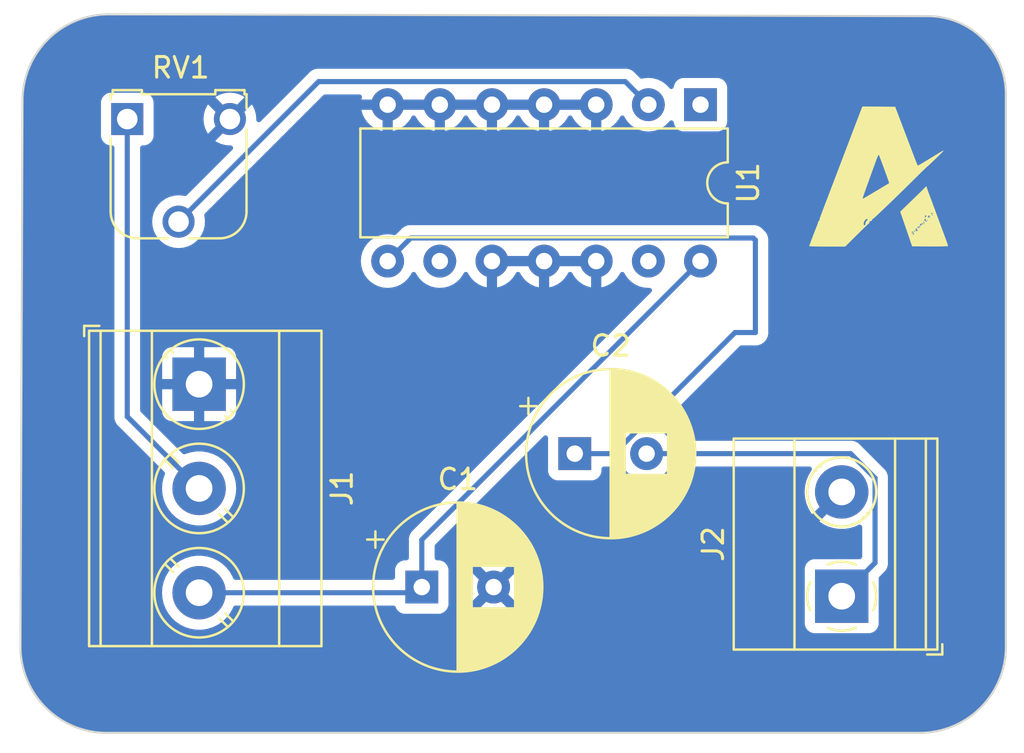
<source format=kicad_pcb>
(kicad_pcb (version 20221018) (generator pcbnew)
  (layers (0 "F.Cu" signal) (31 "B.Cu" signal) (34 "B.Paste" user) (35 "F.Paste" user) (36 "B.SilkS" user "B.Silkscreen") (37 "F.SilkS" user "F.Silkscreen") (38 "B.Mask" user) (39 "F.Mask" user) (44 "Edge.Cuts" user))
  (net 0 "")
  (net 1 "GND")
  (net 2 "Net-(J1-Pin_2)")
  (net 3 "Net-(J1-Pin_3)")
  (net 4 "Net-(J2-Pin_1)")
  (net 5 "Net-(U1-+)")
  (net 7 "Net-(C2-Pad1)")
  (footprint "Capacitor_THT:CP_Radial_D8.0mm_P3.50mm" (layer "F.Cu") (at 107.447349 90.5)
    (fp_text reference "C1" (at 1.75 -5.25) (layer "F.SilkS"))
    (fp_text value "C_Polarized_Small_US")
    (pad "1" thru_hole rect (at 0 0) (size 1.6 1.6) (drill 0.8) (layers "*.Cu" "*.Mask") (net 3 "Net-(J1-Pin_3)"))
    (pad "2" thru_hole circle (at 3.5 0) (size 1.6 1.6) (drill 0.8) (layers "*.Cu" "*.Mask") (net 1 "GND"))
  )
  (footprint "TerminalBlock_Phoenix:TerminalBlock_Phoenix_MKDS-3-3-5.08_1x03_P5.08mm_Horizontal" (layer "F.Cu") (at 96.6 80.615 -90)
    (fp_text reference "J1" (at 5.08 -6.96 90) (layer "F.SilkS"))
    (fp_text value "Screw_Terminal_01x03")
    (pad "1" thru_hole rect (at 0 0 270) (size 2.6 2.6) (drill 1.3) (layers "*.Cu" "*.Mask") (net 1 "GND"))
    (pad "2" thru_hole circle (at 5.08 0 270) (size 2.6 2.6) (drill 1.3) (layers "*.Cu" "*.Mask") (net 2 "Net-(J1-Pin_2)"))
    (pad "3" thru_hole circle (at 10.16 0 270) (size 2.6 2.6) (drill 1.3) (layers "*.Cu" "*.Mask") (net 3 "Net-(J1-Pin_3)"))
  )
  (footprint "Potentiometer_THT:Potentiometer_Runtron_RM-065_Vertical" (layer "F.Cu") (at 93.1 67.7)
    (fp_text reference "RV1" (at 2.6 -2.5) (layer "F.SilkS"))
    (fp_text value "R_Potentiometer")
    (pad "1" thru_hole rect (at 0 0) (size 1.56 1.56) (drill 1) (layers "*.Cu" "*.Mask") (net 2 "Net-(J1-Pin_2)"))
    (pad "2" thru_hole circle (at 2.5 5) (size 1.56 1.56) (drill 1) (layers "*.Cu" "*.Mask") (net 5 "Net-(U1-+)"))
    (pad "3" thru_hole circle (at 5 0) (size 1.56 1.56) (drill 1) (layers "*.Cu" "*.Mask") (net 1 "GND"))
  )
  (footprint "Package_DIP:DIP-14_W7.62mm" (layer "F.Cu") (at 121.025 67 -90)
    (fp_text reference "U1" (at 3.81 -2.33 90) (layer "F.SilkS"))
    (fp_text value "LM380N")
    (pad "1" thru_hole rect (at 0 0 270) (size 1.6 1.6) (drill 0.8) (layers "*.Cu" "*.Mask"))
    (pad "2" thru_hole oval (at 0 2.54 270) (size 1.6 1.6) (drill 0.8) (layers "*.Cu" "*.Mask") (net 5 "Net-(U1-+)"))
    (pad "3" thru_hole oval (at 0 5.08 270) (size 1.6 1.6) (drill 0.8) (layers "*.Cu" "*.Mask") (net 1 "GND"))
    (pad "4" thru_hole oval (at 0 7.62 270) (size 1.6 1.6) (drill 0.8) (layers "*.Cu" "*.Mask") (net 1 "GND"))
    (pad "5" thru_hole oval (at 0 10.16 270) (size 1.6 1.6) (drill 0.8) (layers "*.Cu" "*.Mask") (net 1 "GND"))
    (pad "6" thru_hole oval (at 0 12.7 270) (size 1.6 1.6) (drill 0.8) (layers "*.Cu" "*.Mask") (net 1 "GND"))
    (pad "7" thru_hole oval (at 0 15.24 270) (size 1.6 1.6) (drill 0.8) (layers "*.Cu" "*.Mask") (net 1 "GND"))
    (pad "8" thru_hole oval (at 7.62 15.24 270) (size 1.6 1.6) (drill 0.8) (layers "*.Cu" "*.Mask") (net 7 "Net-(C2-Pad1)"))
    (pad "9" thru_hole oval (at 7.62 12.7 270) (size 1.6 1.6) (drill 0.8) (layers "*.Cu" "*.Mask"))
    (pad "10" thru_hole oval (at 7.62 10.16 270) (size 1.6 1.6) (drill 0.8) (layers "*.Cu" "*.Mask") (net 1 "GND"))
    (pad "11" thru_hole oval (at 7.62 7.62 270) (size 1.6 1.6) (drill 0.8) (layers "*.Cu" "*.Mask") (net 1 "GND"))
    (pad "12" thru_hole oval (at 7.62 5.08 270) (size 1.6 1.6) (drill 0.8) (layers "*.Cu" "*.Mask") (net 1 "GND"))
    (pad "13" thru_hole oval (at 7.62 2.54 270) (size 1.6 1.6) (drill 0.8) (layers "*.Cu" "*.Mask"))
    (pad "14" thru_hole oval (at 7.62 0 270) (size 1.6 1.6) (drill 0.8) (layers "*.Cu" "*.Mask") (net 3 "Net-(J1-Pin_3)"))
  )
  (footprint "TerminalBlock_Phoenix:TerminalBlock_Phoenix_MKDS-1,5-2-5.08_1x02_P5.08mm_Horizontal" (layer "F.Cu") (at 127.905 90.945 90)
    (fp_text reference "J2" (at 2.54 -6.26 90) (layer "F.SilkS"))
    (fp_text value "Screw_Terminal_01x02")
    (pad "1" thru_hole rect (at 0 0 90) (size 2.6 2.6) (drill 1.3) (layers "*.Cu" "*.Mask") (net 4 "Net-(J2-Pin_1)"))
    (pad "2" thru_hole circle (at 5.08 0 90) (size 2.6 2.6) (drill 1.3) (layers "*.Cu" "*.Mask") (net 1 "GND"))
  )
  (footprint "Capacitor_THT:CP_Radial_D8.0mm_P3.50mm" (layer "F.Cu") (at 114.9 84)
    (fp_text reference "C2" (at 1.75 -5.25) (layer "F.SilkS"))
    (fp_text value "C_Polarized_Small_US")
    (pad "1" thru_hole rect (at 0 0) (size 1.6 1.6) (drill 0.8) (layers "*.Cu" "*.Mask") (net 7 "Net-(C2-Pad1)"))
    (pad "2" thru_hole circle (at 3.5 0) (size 1.6 1.6) (drill 0.8) (layers "*.Cu" "*.Mask") (net 4 "Net-(J2-Pin_1)"))
  )
  (gr_poly (pts (xy 129.712019 67.092166) (xy 130.510708 67.100633) (xy 130.843731 67.975522) (xy 131.343264 69.287856) (xy 131.401087 69.441617) (xy 131.451832 69.574972) (xy 131.495565 69.688153) (xy 131.532353 69.781391) (xy 131.562262 69.854918) (xy 131.585358 69.908964) (xy 131.594371 69.928755) (xy 131.601707 69.943762) (xy 131.607372 69.954016) (xy 131.611375 69.959544) (xy 131.615085 69.960527) (xy 131.622272 69.959075) (xy 131.648813 69.947858) (xy 131.694471 69.923875) (xy 131.762717 69.885108) (xy 131.980866 69.755153) (xy 132.331042 69.541855) (xy 132.553479 69.405788) (xy 132.714599 69.308978) (xy 132.773013 69.275408) (xy 132.817114 69.251789) (xy 132.847243 69.238166) (xy 132.857173 69.235118) (xy 132.863736 69.234586) (xy 132.865769 69.235265) (xy 132.866976 69.236575) (xy 132.866935 69.241092) (xy 132.863654 69.248142) (xy 132.857177 69.257731) (xy 132.834802 69.284549) (xy 132.800148 69.32159) (xy 132.695362 69.426525) (xy 132.545531 69.5729) (xy 132.379637 69.7324) (xy 132.238614 69.866764) (xy 132.181894 69.919972) (xy 132.136749 69.96144) (xy 132.104966 69.989348) (xy 132.094643 69.997649) (xy 132.08833 70.001877) (xy 132.07084 70.016209) (xy 132.034664 70.049326) (xy 131.915117 70.16345) (xy 131.747415 70.327315) (xy 131.549287 70.523988) (xy 130.851007 71.213096) (xy 130.175217 71.86913) (xy 129.656589 72.36271) (xy 129.498297 72.508148) (xy 129.451771 72.548454) (xy 129.429797 72.564455) (xy 129.427425 72.565298) (xy 129.425073 72.566236) (xy 129.420443 72.568385) (xy 129.415938 72.570873) (xy 129.411585 72.573671) (xy 129.407414 72.576751) (xy 129.403455 72.580082) (xy 129.399735 72.583637) (xy 129.396283 72.587386) (xy 129.39313 72.5913) (xy 129.390303 72.595351) (xy 129.387831 72.599509) (xy 129.386738 72.601619) (xy 129.385744 72.603746) (xy 129.384854 72.605885) (xy 129.38407 72.608032) (xy 129.383398 72.610185) (xy 129.382839 72.612339) (xy 129.382398 72.614491) (xy 129.382079 72.616638) (xy 129.381885 72.618775) (xy 129.381819 72.620899) (xy 129.381737 72.623007) (xy 129.381494 72.625097) (xy 129.381094 72.627166) (xy 129.38054 72.629212) (xy 129.379838 72.631233) (xy 129.378991 72.633227) (xy 129.378004 72.635193) (xy 129.37688 72.637127) (xy 129.375624 72.639029) (xy 129.37424 72.640895) (xy 129.371104 72.644514) (xy 129.367504 72.647967) (xy 129.363475 72.651238) (xy 129.359049 72.654311) (xy 129.354259 72.65717) (xy 129.349138 72.659796) (xy 129.343719 72.662175) (xy 129.338036 72.664288) (xy 129.332122 72.666121) (xy 129.326009 72.667656) (xy 129.319731 72.668877) (xy 129.312025 72.670133) (xy 129.308348 72.670909) (xy 129.304787 72.671782) (xy 129.301345 72.672753) (xy 129.29802 72.67382) (xy 129.294815 72.674983) (xy 129.291729 72.676242) (xy 129.288763 72.677595) (xy 129.285917 72.679044) (xy 129.283192 72.680586) (xy 129.280589 72.682222) (xy 129.278107 72.683951) (xy 129.275749 72.685773) (xy 129.273513 72.687686) (xy 129.2714 72.689691) (xy 129.269412 72.691787) (xy 129.267548 72.693973) (xy 129.265809 72.69625) (xy 129.264196 72.698615) (xy 129.262709 72.70107) (xy 129.261348 72.703613) (xy 129.260115 72.706243) (xy 129.259009 72.708962) (xy 129.258031 72.711766) (xy 129.257182 72.714658) (xy 129.256463 72.717635) (xy 129.255873 72.720697) (xy 129.255413 72.723844) (xy 129.255084 72.727075) (xy 129.254886 72.73039) (xy 129.25482 72.733788) (xy 129.254787 72.736425) (xy 129.25469 72.739041) (xy 129.254531 72.741633) (xy 129.254313 72.744195) (xy 129.254036 72.746725) (xy 129.253703 72.749217) (xy 129.253317 72.751668) (xy 129.252879 72.754073) (xy 129.252392 72.756429) (xy 129.251857 72.758731) (xy 129.251276 72.760975) (xy 129.250652 72.763157) (xy 129.249987 72.765273) (xy 129.249283 72.767319) (xy 129.248541 72.76929) (xy 129.247764 72.771183) (xy 129.246954 72.772993) (xy 129.246113 72.774716) (xy 129.245243 72.776349) (xy 129.244346 72.777886) (xy 129.243425 72.779324) (xy 129.242481 72.780659) (xy 129.241516 72.781886) (xy 129.240532 72.783001) (xy 129.239532 72.784001) (xy 129.238517 72.784881) (xy 129.23749 72.785637) (xy 129.236453 72.786265) (xy 129.235407 72.78676) (xy 129.234356 72.787119) (xy 129.2333 72.787338) (xy 129.232242 72.787411) (xy 129.226703 72.79034) (xy 129.215578 72.798932) (xy 129.177781 72.831949) (xy 129.121265 72.884149) (xy 129.048444 72.953217) (xy 128.863545 73.132692) (xy 128.642397 73.351855) (xy 128.07513 73.913478) (xy 127.197419 73.913478) (xy 127.021146 73.912971) (xy 126.85668 73.911538) (xy 126.707626 73.909311) (xy 126.577589 73.906422) (xy 126.470174 73.903005) (xy 126.388985 73.89919) (xy 126.337628 73.895111) (xy 126.324263 73.893013) (xy 126.320856 73.891957) (xy 126.319708 73.890899) (xy 126.333059 73.849145) (xy 126.368833 73.750009) (xy 126.481986 73.447458) (xy 126.60784 73.118978) (xy 126.695064 72.9003) (xy 126.706176 72.873329) (xy 126.714643 72.852278) (xy 126.721258 72.834865) (xy 126.726814 72.818808) (xy 126.730759 72.806147) (xy 128.976687 72.806147) (xy 128.976753 72.815458) (xy 128.977306 72.824277) (xy 128.978357 72.832543) (xy 128.979917 72.840196) (xy 128.981999 72.847174) (xy 128.984612 72.853419) (xy 128.98777 72.858868) (xy 128.991482 72.863462) (xy 128.995761 72.867141) (xy 129.000617 72.869843) (xy 129.006063 72.871509) (xy 129.012109 72.872078) (xy 129.017732 72.87178) (xy 129.020396 72.871406) (xy 129.022962 72.870882) (xy 129.025431 72.870207) (xy 129.027804 72.86938) (xy 129.03008 72.868402) (xy 129.032261 72.867271) (xy 129.034347 72.865987) (xy 129.036338 72.86455) (xy 129.038235 72.862959) (xy 129.040039 72.861213) (xy 129.041749 72.859313) (xy 129.043367 72.857256) (xy 129.044893 72.855044) (xy 129.046328 72.852675) (xy 129.048925 72.847465) (xy 129.051162 72.841623) (xy 129.053044 72.835144) (xy 129.054574 72.828024) (xy 129.055757 72.82026) (xy 129.056597 72.811846) (xy 129.057098 72.80278) (xy 129.057264 72.793056) (xy 129.057557 72.784435) (xy 129.058416 72.775549) (xy 129.059813 72.766465) (xy 129.061718 72.757248) (xy 129.064103 72.747966) (xy 129.066938 72.738683) (xy 129.070195 72.729467) (xy 129.073845 72.720383) (xy 129.077858 72.711498) (xy 129.082206 72.702877) (xy 129.086861 72.694586) (xy 129.091792 72.686693) (xy 129.096971 72.679263) (xy 129.10237 72.672361) (xy 129.107958 72.666056) (xy 129.113708 72.660411) (xy 129.119458 72.65506) (xy 129.125047 72.649613) (xy 129.130445 72.644108) (xy 129.135625 72.638583) (xy 129.140556 72.633074) (xy 129.14521 72.627619) (xy 129.149559 72.622255) (xy 129.153572 72.617019) (xy 129.157222 72.611949) (xy 129.160479 72.607081) (xy 129.163314 72.602453) (xy 129.165699 72.598101) (xy 129.167604 72.594064) (xy 129.169001 72.590379) (xy 129.1695 72.588679) (xy 129.16986 72.587082) (xy 129.170079 72.585591) (xy 129.170153 72.584211) (xy 129.170021 72.580911) (xy 129.16963 72.577892) (xy 129.168983 72.57515) (xy 129.168086 72.572685) (xy 129.166943 72.570495) (xy 129.165558 72.568578) (xy 129.163937 72.566933) (xy 129.162083 72.565558) (xy 129.160002 72.564452) (xy 129.157699 72.563613) (xy 129.155177 72.563039) (xy 129.152442 72.56273) (xy 129.149499 72.562683) (xy 129.146351 72.562898) (xy 129.143003 72.563371) (xy 129.139461 72.564103) (xy 129.131811 72.566333) (xy 129.123437 72.569576) (xy 129.114378 72.57382) (xy 129.104669 72.579052) (xy 129.094348 72.585259) (xy 129.083452 72.59243) (xy 129.07202 72.600552) (xy 129.060086 72.609612) (xy 129.052804 72.616075) (xy 129.045781 72.623256) (xy 129.039029 72.631093) (xy 129.032559 72.639526) (xy 129.026382 72.648494) (xy 129.020511 72.657937) (xy 129.014955 72.667794) (xy 129.009727 72.678006) (xy 129.004839 72.688511) (xy 129.0003 72.699249) (xy 128.99232 72.721183) (xy 128.985878 72.743323) (xy 128.981064 72.765186) (xy 128.979296 72.775863) (xy 128.97797 72.786289) (xy 128.977097 72.796404) (xy 128.976687 72.806147) (xy 126.730759 72.806147) (xy 126.732106 72.801825) (xy 126.737927 72.781634) (xy 126.754331 72.7225) (xy 126.75704 72.714668) (xy 126.759865 72.707072) (xy 126.762789 72.699748) (xy 126.765796 72.692735) (xy 126.768869 72.686068) (xy 126.771992 72.679786) (xy 126.775147 72.673926) (xy 126.77832 72.668525) (xy 126.779907 72.666008) (xy 126.781492 72.66362) (xy 126.783073 72.661365) (xy 126.784648 72.659248) (xy 126.786214 72.657274) (xy 126.78777 72.655447) (xy 126.789314 72.653772) (xy 126.790843 72.652253) (xy 126.792356 72.650896) (xy 126.79385 72.649704) (xy 126.795324 72.648683) (xy 126.796774 72.647838) (xy 126.7982 72.647172) (xy 126.799599 72.64669) (xy 126.800969 72.646398) (xy 126.802308 72.6463) (xy 126.803623 72.646234) (xy 126.804919 72.646039) (xy 126.806196 72.645718) (xy 126.807451 72.645275) (xy 126.808684 72.644711) (xy 126.809893 72.64403) (xy 126.811075 72.643236) (xy 126.81223 72.642331) (xy 126.814452 72.640202) (xy 126.816546 72.637668) (xy 126.8185 72.634753) (xy 126.8203 72.631483) (xy 126.821935 72.627882) (xy 126.823393 72.623976) (xy 126.82466 72.619788) (xy 126.825724 72.615344) (xy 126.826574 72.610668) (xy 126.827196 72.605786) (xy 126.827578 72.600722) (xy 126.827708 72.5955) (xy 126.82797 72.590028) (xy 126.828739 72.583208) (xy 126.831721 72.565955) (xy 126.836489 72.544601) (xy 126.842878 72.520006) (xy 126.850722 72.493029) (xy 126.859855 72.464531) (xy 126.870114 72.435372) (xy 126.881331 72.406411) (xy 127.14027 71.721669) (xy 127.201303 71.562461) (xy 128.930928 71.562461) (xy 128.931002 71.564533) (xy 128.931203 71.56634) (xy 128.931528 71.5679) (xy 128.931969 71.56923) (xy 128.932522 71.57035) (xy 128.93318 71.571276) (xy 128.933938 71.572026) (xy 128.93479 71.572618) (xy 128.93573 71.573071) (xy 128.936753 71.573401) (xy 128.937852 71.573626) (xy 128.939022 71.573765) (xy 128.941553 71.573855) (xy 128.95627 71.567456) (xy 128.990501 71.549117) (xy 129.10877 71.48178) (xy 129.278897 71.382165) (xy 129.48342 71.260589) (xy 129.879236 71.022816) (xy 130.101486 70.890877) (xy 130.140071 70.868432) (xy 130.1731 70.848897) (xy 130.186456 70.840799) (xy 130.197133 70.834124) (xy 130.204701 70.829103) (xy 130.207185 70.827285) (xy 130.208731 70.825967) (xy 130.210369 70.822949) (xy 130.210853 70.817566) (xy 130.207188 70.796333) (xy 130.195386 70.755521) (xy 130.1731 70.688383) (xy 130.087684 70.448141) (xy 129.932153 70.021633) (xy 129.852866 69.806703) (xy 129.81696 69.711376) (xy 129.784692 69.627227) (xy 129.756922 69.556573) (xy 129.734509 69.501727) (xy 129.718314 69.465005) (xy 129.712817 69.454164) (xy 129.709197 69.448722) (xy 129.704612 69.446398) (xy 129.698978 69.448788) (xy 129.682474 69.473063) (xy 129.65552 69.532264) (xy 129.613947 69.637105) (xy 129.470278 70.026572) (xy 129.21813 70.727189) (xy 129.120009 71.000173) (xy 129.080148 71.111339) (xy 129.045931 71.207143) (xy 129.030823 71.249641) (xy 129.016989 71.288726) (xy 129.004381 71.324541) (xy 128.992954 71.357228) (xy 128.982661 71.386931) (xy 128.973458 71.413791) (xy 128.965297 71.437952) (xy 128.958134 71.459555) (xy 128.951921 71.478745) (xy 128.946612 71.495663) (xy 128.942163 71.510452) (xy 128.940246 71.517092) (xy 128.938527 71.523254) (xy 128.936999 71.528955) (xy 128.935657 71.534212) (xy 128.934496 71.539045) (xy 128.933509 71.54347) (xy 128.93269 71.547505) (xy 128.932035 71.551168) (xy 128.931537 71.554478) (xy 128.93119 71.557451) (xy 128.930989 71.560106) (xy 128.930928 71.562461) (xy 127.201303 71.562461) (xy 127.445775 70.924745) (xy 128.552087 68.017856) (xy 128.765164 67.461878) (xy 128.83863 67.27173) (xy 128.876642 67.176833) (xy 128.913331 67.086522)) (fill solid) (layer "F.SilkS"))
  (gr_poly (pts (xy 132.033937 70.98395) (xy 132.036272 70.984563) (xy 132.038415 70.985534) (xy 132.039414 70.986154) (xy 132.040364 70.986864) (xy 132.042117 70.988553) (xy 132.043671 70.990602) (xy 132.045024 70.99301) (xy 132.046175 70.99578) (xy 132.047122 70.998911) (xy 132.047861 71.002403) (xy 132.048392 71.006258) (xy 132.048712 71.010475) (xy 132.048819 71.015056) (xy 132.049308 71.020026) (xy 132.050743 71.027431) (xy 132.056272 71.048967) (xy 132.065042 71.078506) (xy 132.076689 71.114892) (xy 132.09085 71.156966) (xy 132.10716 71.203571) (xy 132.125257 71.25355) (xy 132.144775 71.305744) (xy 132.256606 71.600666) (xy 132.387486 71.954856) (xy 132.520836 72.312925) (xy 132.63302 72.618078) (xy 132.824931 73.140189) (xy 133.005553 73.628433) (xy 133.014841 73.652588) (xy 133.023638 73.676284) (xy 133.031914 73.699393) (xy 133.03964 73.721787) (xy 133.046787 73.743337) (xy 133.053327 73.763916) (xy 133.05923 73.783396) (xy 133.064467 73.801647) (xy 133.06901 73.818542) (xy 133.072829 73.833954) (xy 133.075896 73.847753) (xy 133.078181 73.859811) (xy 133.079656 73.870001) (xy 133.080292 73.878194) (xy 133.08006 73.884263) (xy 133.079609 73.88646) (xy 133.07893 73.888078) (xy 133.073103 73.890656) (xy 133.059037 73.893094) (xy 133.007625 73.897515) (xy 132.821756 73.904305) (xy 132.54434 73.907921) (xy 132.198398 73.907834) (xy 131.334798 73.902189) (xy 131.213442 73.549411) (xy 131.092972 73.196517) (xy 131.325599 73.196517) (xy 131.325614 73.206246) (xy 131.32633 73.2305) (xy 131.32687 73.238087) (xy 131.327936 73.24549) (xy 131.329494 73.252689) (xy 131.331506 73.259665) (xy 131.333938 73.266399) (xy 131.336755 73.272872) (xy 131.339919 73.279066) (xy 131.343396 73.28496) (xy 131.34715 73.290536) (xy 131.351145 73.295774) (xy 131.355346 73.300656) (xy 131.359718 73.305162) (xy 131.364223 73.309273) (xy 131.368827 73.31297) (xy 131.373494 73.316235) (xy 131.378189 73.319047) (xy 131.382875 73.321388) (xy 131.387518 73.323238) (xy 131.39208 73.324579) (xy 131.396528 73.325392) (xy 131.400824 73.325656) (xy 131.404935 73.325354) (xy 131.408822 73.324465) (xy 131.412452 73.322972) (xy 131.415789 73.320854) (xy 131.418796 73.318093) (xy 131.421439 73.314669) (xy 131.423681 73.310564) (xy 131.425487 73.305758) (xy 131.426821 73.300233) (xy 131.427647 73.293968) (xy 131.427931 73.286945) (xy 131.42767 73.282552) (xy 131.4269 73.277861) (xy 131.425642 73.272905) (xy 131.423918 73.267718) (xy 131.421747 73.262332) (xy 131.41915 73.256782) (xy 131.416148 73.251098) (xy 131.412761 73.245316) (xy 131.409011 73.239468) (xy 131.404918 73.233586) (xy 131.400502 73.227705) (xy 131.395784 73.221856) (xy 131.390785 73.216074) (xy 131.385526 73.210391) (xy 131.380027 73.20484) (xy 131.374309 73.199455) (xy 131.365832 73.191556) (xy 131.358356 73.184815) (xy 131.351823 73.179264) (xy 131.346174 73.174937) (xy 131.343664 73.173243) (xy 131.341353 73.171867) (xy 131.339234 73.170813) (xy 131.3373 73.170086) (xy 131.335544 73.16969) (xy 131.333958 73.169629) (xy 131.332536 73.169906) (xy 131.33127 73.170527) (xy 131.330152 73.171495) (xy 131.329176 73.172815) (xy 131.328335 73.17449) (xy 131.32762 73.176525) (xy 131.327026 73.178923) (xy 131.326544 73.181689) (xy 131.32589 73.188343) (xy 131.325599 73.196517) (xy 131.092972 73.196517) (xy 131.078681 73.154652) (xy 131.077585 73.151477) (xy 131.427931 73.151477) (xy 131.427964 73.153073) (xy 131.428062 73.154682) (xy 131.428224 73.156303) (xy 131.428449 73.157932) (xy 131.428736 73.159568) (xy 131.429084 73.161207) (xy 131.429492 73.162848) (xy 131.429959 73.164486) (xy 131.431066 73.167749) (xy 131.432395 73.170974) (xy 131.43394 73.174142) (xy 131.435692 73.177231) (xy 131.437641 73.18022) (xy 131.438688 73.181671) (xy 131.439782 73.18309) (xy 131.44092 73.184473) (xy 131.442104 73.185819) (xy 131.44333 73.187125) (xy 131.444599 73.188387) (xy 131.445909 73.189604) (xy 131.44726 73.190773) (xy 131.44865 73.191891) (xy 131.450078 73.192957) (xy 131.451544 73.193966) (xy 131.453045 73.194917) (xy 131.454582 73.195807) (xy 131.456153 73.196633) (xy 131.457699 73.197369) (xy 131.459163 73.197991) (xy 131.460546 73.1985) (xy 131.461847 73.198899) (xy 131.463068 73.199187) (xy 131.464208 73.199368) (xy 131.465269 73.199442) (xy 131.466251 73.199411) (xy 131.467155 73.199277) (xy 131.46798 73.199041) (xy 131.468728 73.198705) (xy 131.469399 73.19827) (xy 131.469993 73.197738) (xy 131.470511 73.197111) (xy 131.470954 73.196389) (xy 131.471322 73.195575) (xy 131.471616 73.19467) (xy 131.471836 73.193675) (xy 131.471982 73.192593) (xy 131.472056 73.191424) (xy 131.472057 73.190171) (xy 131.471986 73.188834) (xy 131.471631 73.185917) (xy 131.470995 73.182686) (xy 131.470082 73.179154) (xy 131.468896 73.175332) (xy 131.467442 73.171233) (xy 131.46559 73.166594) (xy 131.463742 73.162205) (xy 131.461902 73.158066) (xy 131.460072 73.154178) (xy 131.458257 73.150542) (xy 131.45646 73.14716) (xy 131.454684 73.144032) (xy 131.452934 73.141159) (xy 131.451213 73.138542) (xy 131.449524 73.136183) (xy 131.447871 73.134082) (xy 131.446259 73.13224) (xy 131.444689 73.130659) (xy 131.443167 73.129339) (xy 131.441695 73.128282) (xy 131.440278 73.127489) (xy 131.438918 73.12696) (xy 131.43762 73.126696) (xy 131.436388 73.126699) (xy 131.435223 73.12697) (xy 131.434131 73.12751) (xy 131.433116 73.128319) (xy 131.432179 73.1294) (xy 131.431326 73.130752) (xy 131.43056 73.132377) (xy 131.429884 73.134275) (xy 131.429302 73.136449) (xy 131.428818 73.138899) (xy 131.428435 73.141625) (xy 131.428157 73.14463) (xy 131.427988 73.147914) (xy 131.427931 73.151477) (xy 131.077585 73.151477) (xy 131.057014 73.091857) (xy 131.500953 73.091857) (xy 131.501022 73.096422) (xy 131.50138 73.100946) (xy 131.502022 73.10541) (xy 131.502941 73.109795) (xy 131.504131 73.114083) (xy 131.505585 73.118255) (xy 131.507298 73.122293) (xy 131.509262 73.126178) (xy 131.511473 73.129892) (xy 131.513924 73.133415) (xy 131.516608 73.13673) (xy 131.519519 73.139817) (xy 131.522652 73.142658) (xy 131.525999 73.145235) (xy 131.529556 73.147528) (xy 131.533315 73.14952) (xy 131.53727 73.151191) (xy 131.541415 73.152523) (xy 131.545745 73.153498) (xy 131.550252 73.154096) (xy 131.554931 73.1543) (xy 131.557055 73.154259) (xy 131.559193 73.154136) (xy 131.561341 73.153935) (xy 131.563497 73.153655) (xy 131.565656 73.153298) (xy 131.567817 73.152867) (xy 131.572129 73.151786) (xy 131.576408 73.150424) (xy 131.580629 73.148793) (xy 131.584767 73.146906) (xy 131.588798 73.144775) (xy 131.592696 73.142412) (xy 131.596437 73.13983) (xy 131.599997 73.137042) (xy 131.60335 73.134059) (xy 131.604941 73.132499) (xy 131.606471 73.130895) (xy 131.607937 73.129248) (xy 131.609336 73.12756) (xy 131.610664 73.125834) (xy 131.611919 73.124069) (xy 131.613098 73.122268) (xy 131.614197 73.120433) (xy 131.616579 73.116895) (xy 131.618436 73.113692) (xy 131.619169 73.112217) (xy 131.619772 73.110827) (xy 131.620246 73.109524) (xy 131.620591 73.108306) (xy 131.620809 73.107176) (xy 131.620898 73.106132) (xy 131.620861 73.105177) (xy 131.620696 73.10431) (xy 131.620406 73.103532) (xy 131.61999 73.102843) (xy 131.619449 73.102244) (xy 131.618784 73.101736) (xy 131.617994 73.101318) (xy 131.617081 73.100992) (xy 131.616045 73.100758) (xy 131.614887 73.100617) (xy 131.613606 73.100568) (xy 131.612204 73.100613) (xy 131.610682 73.100753) (xy 131.609038 73.100986) (xy 131.605393 73.101739) (xy 131.601272 73.102877) (xy 131.59668 73.104403) (xy 131.59162 73.106322) (xy 131.585597 73.108204) (xy 131.580215 73.109602) (xy 131.575453 73.110495) (xy 131.573299 73.110747) (xy 131.571291 73.110864) (xy 131.569428 73.110845) (xy 131.567707 73.110687) (xy 131.566126 73.110387) (xy 131.564682 73.109944) (xy 131.563372 73.109353) (xy 131.562194 73.108613) (xy 131.561145 73.107721) (xy 131.560222 73.106675) (xy 131.559424 73.105471) (xy 131.558747 73.104108) (xy 131.558189 73.102583) (xy 131.557747 73.100893) (xy 131.557419 73.099035) (xy 131.557202 73.097007) (xy 131.557094 73.094807) (xy 131.557091 73.092431) (xy 131.557394 73.087144) (xy 131.558089 73.081126) (xy 131.559157 73.074355) (xy 131.560575 73.066811) (xy 131.563418 73.055829) (xy 131.565591 73.046162) (xy 131.567087 73.037802) (xy 131.567577 73.034109) (xy 131.567895 73.03074) (xy 131.56804 73.027693) (xy 131.56801 73.024967) (xy 131.567804 73.022562) (xy 131.567421 73.020476) (xy 131.566861 73.018708) (xy 131.566122 73.017258) (xy 131.565203 73.016124) (xy 131.564103 73.015305) (xy 131.562821 73.014801) (xy 131.561357 73.014609) (xy 131.559708 73.01473) (xy 131.557874 73.015162) (xy 131.555855 73.015904) (xy 131.553648 73.016955) (xy 131.551253 73.018314) (xy 131.548669 73.019979) (xy 131.545895 73.021951) (xy 131.542929 73.024228) (xy 131.536421 73.029692) (xy 131.529135 73.036363) (xy 131.521064 73.044233) (xy 131.517541 73.048025) (xy 131.514375 73.05198) (xy 131.511561 73.05608) (xy 131.509092 73.060306) (xy 131.506962 73.06464) (xy 131.505164 73.069062) (xy 131.503693 73.073555) (xy 131.502543 73.0781) (xy 131.501707 73.082677) (xy 131.501179 73.087269) (xy 131.500953 73.091857) (xy 131.057014 73.091857) (xy 131.014367 72.96826) (xy 131.601517 72.96826) (xy 131.601634 72.97288) (xy 131.602203 72.977558) (xy 131.603219 72.982261) (xy 131.604675 72.986956) (xy 131.606566 72.991608) (xy 131.608884 72.996184) (xy 131.611624 73.00065) (xy 131.614779 73.004974) (xy 131.618344 73.00912) (xy 131.622312 73.013056) (xy 131.626676 73.016749) (xy 131.631431 73.020164) (xy 131.636571 73.023268) (xy 131.642089 73.026027) (xy 131.647979 73.028408) (xy 131.654235 73.030377) (xy 131.660851 73.0319) (xy 131.66782 73.032945) (xy 131.682653 73.033854) (xy 131.693352 73.0344) (xy 131.697182 73.034505) (xy 131.700016 73.034482) (xy 131.701866 73.034319) (xy 131.702426 73.034181) (xy 131.702745 73.034003) (xy 131.702823 73.033783) (xy 131.702664 73.033521) (xy 131.702268 73.033214) (xy 131.701637 73.032861) (xy 131.699675 73.032012) (xy 131.696792 73.03096) (xy 131.688308 73.028198) (xy 131.676286 73.024477) (xy 131.673658 73.023651) (xy 131.671065 73.022762) (xy 131.668512 73.021812) (xy 131.666001 73.020806) (xy 131.661118 73.018636) (xy 131.656443 73.016275) (xy 131.651998 73.013749) (xy 131.647811 73.011083) (xy 131.643904 73.0083) (xy 131.640303 73.005427) (xy 131.637033 73.002488) (xy 131.63553 73.001001) (xy 131.634118 72.999507) (xy 131.632802 72.998009) (xy 131.631584 72.99651) (xy 131.630467 72.995013) (xy 131.629455 72.993521) (xy 131.62855 72.992037) (xy 131.627756 72.990565) (xy 131.627075 72.989107) (xy 131.626511 72.987667) (xy 131.626068 72.986248) (xy 131.625747 72.984852) (xy 131.625552 72.983483) (xy 131.625486 72.982144) (xy 131.62556 72.980598) (xy 131.62578 72.979134) (xy 131.626142 72.977751) (xy 131.626644 72.97645) (xy 131.627282 72.975229) (xy 131.628053 72.974089) (xy 131.628955 72.973028) (xy 131.629984 72.972046) (xy 131.631137 72.971143) (xy 131.632411 72.970317) (xy 131.633802 72.969569) (xy 131.635309 72.968899) (xy 131.638653 72.967786) (xy 131.642419 72.966975) (xy 131.646583 72.966462) (xy 131.651118 72.966242) (xy 131.656 72.966312) (xy 131.661205 72.966666) (xy 131.666708 72.967302) (xy 131.672483 72.968215) (xy 131.678506 72.969401) (xy 131.684753 72.970855) (xy 131.692329 72.973302) (xy 131.699189 72.975348) (xy 131.702355 72.976219) (xy 131.705347 72.976988) (xy 131.708166 72.977656) (xy 131.710815 72.97822) (xy 131.713293 72.978681) (xy 131.715604 72.979038) (xy 131.717748 72.97929) (xy 131.719728 72.979438) (xy 131.721544 72.97948) (xy 131.723198 72.979416) (xy 131.724692 72.979246) (xy 131.726028 72.978969) (xy 131.727207 72.978585) (xy 131.728229 72.978092) (xy 131.729098 72.977491) (xy 131.729815 72.976781) (xy 131.73038 72.975961) (xy 131.730797 72.975031) (xy 131.731065 72.973991) (xy 131.731187 72.972839) (xy 131.731165 72.971576) (xy 131.730999 72.970201) (xy 131.730692 72.968713) (xy 131.730245 72.967112) (xy 131.729659 72.965397) (xy 131.728936 72.963568) (xy 131.728078 72.961625) (xy 131.727087 72.959566) (xy 131.724711 72.956427) (xy 131.721844 72.95337) (xy 131.718523 72.950413) (xy 131.714783 72.947572) (xy 131.710664 72.944863) (xy 131.706201 72.942302) (xy 131.701432 72.939907) (xy 131.696394 72.937694) (xy 131.691126 72.93568) (xy 131.685662 72.93388) (xy 131.680042 72.932312) (xy 131.674302 72.930992) (xy 131.668479 72.929936) (xy 131.66261 72.929162) (xy 131.656734 72.928685) (xy 131.650886 72.928522) (xy 131.644014 72.928798) (xy 131.637682 72.929602) (xy 131.631883 72.930901) (xy 131.626611 72.932662) (xy 131.62186 72.93485) (xy 131.617623 72.937433) (xy 131.613895 72.940377) (xy 131.61067 72.943647) (xy 131.60794 72.947212) (xy 131.605701 72.951036) (xy 131.603945 72.955086) (xy 131.602666 72.959329) (xy 131.601859 72.963732) (xy 131.601517 72.96826) (xy 131.014367 72.96826) (xy 130.980708 72.870708) (xy 131.71151 72.870708) (xy 131.711555 72.874357) (xy 131.711884 72.877948) (xy 131.712498 72.881474) (xy 131.713398 72.884931) (xy 131.714586 72.888312) (xy 131.716062 72.891612) (xy 131.717827 72.894826) (xy 131.719883 72.897947) (xy 131.72223 72.900969) (xy 131.72487 72.903888) (xy 131.727804 72.906697) (xy 131.731031 72.909391) (xy 131.734555 72.911964) (xy 131.738375 72.914411) (xy 131.741385 72.915768) (xy 131.742768 72.916276) (xy 131.744069 72.916671) (xy 131.74529 72.916954) (xy 131.74643 72.917127) (xy 131.747491 72.91719) (xy 131.748473 72.917145) (xy 131.749377 72.916992) (xy 131.750202 72.916733) (xy 131.75095 72.916368) (xy 131.751621 72.915899) (xy 131.752215 72.915327) (xy 131.752734 72.914652) (xy 131.753177 72.913876) (xy 131.753545 72.913) (xy 131.753838 72.912024) (xy 131.754058 72.910951) (xy 131.754204 72.90978) (xy 131.754278 72.908513) (xy 131.754208 72.905695) (xy 131.753853 72.902505) (xy 131.753217 72.898951) (xy 131.752304 72.895041) (xy 131.751118 72.890784) (xy 131.749663 72.886189) (xy 131.747283 72.880632) (xy 131.745436 72.875605) (xy 131.744713 72.87329) (xy 131.744126 72.871107) (xy 131.743674 72.869057) (xy 131.743358 72.867139) (xy 131.743178 72.865353) (xy 131.743135 72.863699) (xy 131.74323 72.862178) (xy 131.743463 72.860789) (xy 131.743834 72.859532) (xy 131.744344 72.858407) (xy 131.744994 72.857415) (xy 131.745783 72.856555) (xy 131.746714 72.855828) (xy 131.747785 72.855232) (xy 131.748998 72.854769) (xy 131.750353 72.854438) (xy 131.751851 72.85424) (xy 131.753491 72.854174) (xy 131.755276 72.85424) (xy 131.757205 72.854438) (xy 131.759278 72.854769) (xy 131.761496 72.855232) (xy 131.763861 72.855827) (xy 131.766371 72.856555) (xy 131.771833 72.858407) (xy 131.777886 72.860788) (xy 131.784404 72.863167) (xy 131.790206 72.865005) (xy 131.795305 72.866289) (xy 131.797595 72.866719) (xy 131.799714 72.867006) (xy 131.801664 72.867148) (xy 131.803446 72.867144) (xy 131.805061 72.866993) (xy 131.806511 72.866692) (xy 131.807798 72.86624) (xy 131.808923 72.865635) (xy 131.809888 72.864877) (xy 131.810695 72.863963) (xy 131.811344 72.862892) (xy 131.811838 72.861663) (xy 131.812178 72.860273) (xy 131.812365 72.858721) (xy 131.812401 72.857006) (xy 131.812288 72.855127) (xy 131.812028 72.853081) (xy 131.811621 72.850866) (xy 131.811069 72.848483) (xy 131.810374 72.845928) (xy 131.808562 72.8403) (xy 131.806195 72.833968) (xy 131.803287 72.826922) (xy 131.800348 72.818485) (xy 131.797901 72.811152) (xy 131.795975 72.804902) (xy 131.794599 72.799714) (xy 131.794127 72.797512) (xy 131.793802 72.795568) (xy 131.79363 72.79388) (xy 131.793613 72.792444) (xy 131.793755 72.791258) (xy 131.79406 72.790319) (xy 131.794531 72.789626) (xy 131.795173 72.789175) (xy 131.795988 72.788964) (xy 131.79698 72.78899) (xy 131.798153 72.78925) (xy 131.799511 72.789743) (xy 131.801057 72.790465) (xy 131.802794 72.791414) (xy 131.806859 72.793982) (xy 131.811734 72.797426) (xy 131.817448 72.801726) (xy 131.831509 72.812811) (xy 131.833882 72.814621) (xy 131.836234 72.816348) (xy 131.838562 72.817988) (xy 131.840863 72.819541) (xy 131.843133 72.821005) (xy 131.845369 72.822379) (xy 131.847566 72.823661) (xy 131.849721 72.824849) (xy 131.851831 72.825942) (xy 131.853892 72.826939) (xy 131.8559 72.827837) (xy 131.857851 72.828636) (xy 131.859743 72.829333) (xy 131.861571 72.829928) (xy 131.863332 72.830418) (xy 131.865022 72.830802) (xy 131.866638 72.831079) (xy 131.868176 72.831247) (xy 131.869632 72.831304) (xy 131.871003 72.831249) (xy 131.872285 72.83108) (xy 131.873474 72.830796) (xy 131.874568 72.830396) (xy 131.875561 72.829876) (xy 131.876452 72.829238) (xy 131.877235 72.828477) (xy 131.877908 72.827594) (xy 131.878466 72.826586) (xy 131.878907 72.825452) (xy 131.879226 72.82419) (xy 131.87942 72.822799) (xy 131.879486 72.821278) (xy 131.879282 72.817136) (xy 131.878681 72.81318) (xy 131.8777 72.809415) (xy 131.876355 72.805844) (xy 131.874663 72.802471) (xy 131.87264 72.799301) (xy 131.870303 72.796337) (xy 131.867668 72.793584) (xy 131.864752 72.791047) (xy 131.861571 72.788728) (xy 131.858143 72.786633) (xy 131.854483 72.784765) (xy 131.850608 72.783128) (xy 131.846534 72.781728) (xy 131.842279 72.780567) (xy 131.837858 72.779649) (xy 131.833289 72.77898) (xy 131.828587 72.778563) (xy 131.823769 72.778403) (xy 131.818852 72.778503) (xy 131.813853 72.778867) (xy 131.808787 72.779501) (xy 131.803672 72.780407) (xy 131.798524 72.78159) (xy 131.793359 72.783054) (xy 131.788194 72.784803) (xy 131.783046 72.786842) (xy 131.77793 72.789175) (xy 131.772865 72.791805) (xy 131.767865 72.794736) (xy 131.762948 72.797974) (xy 131.758131 72.801522) (xy 131.753236 72.80525) (xy 131.748607 72.809022) (xy 131.744245 72.812832) (xy 131.74015 72.816675) (xy 131.736324 72.820544) (xy 131.732768 72.824435) (xy 131.729483 72.828342) (xy 131.726469 72.832258) (xy 131.723728 72.836178) (xy 131.721262 72.840097) (xy 131.71907 72.844008) (xy 131.717154 72.847907) (xy 131.715515 72.851787) (xy 131.714154 72.855642) (xy 131.713072 72.859468) (xy 131.71227 72.863258) (xy 131.711749 72.867007) (xy 131.71151 72.870708) (xy 130.980708 72.870708) (xy 130.922753 72.702744) (xy 130.918495 72.690397) (xy 131.882309 72.690397) (xy 131.882705 72.696549) (xy 131.883896 72.704095) (xy 131.88588 72.712938) (xy 131.888659 72.722985) (xy 131.89223 72.734139) (xy 131.896596 72.746307) (xy 131.901755 72.759392) (xy 131.907708 72.7733) (xy 131.910784 72.779815) (xy 131.913662 72.785598) (xy 131.916341 72.790645) (xy 131.918821 72.794952) (xy 131.919987 72.796826) (xy 131.921103 72.798515) (xy 131.92217 72.800016) (xy 131.923187 72.801329) (xy 131.924154 72.802455) (xy 131.925072 72.803391) (xy 131.92594 72.804139) (xy 131.926758 72.804697) (xy 131.927527 72.805065) (xy 131.928247 72.805242) (xy 131.928916 72.805228) (xy 131.929537 72.805022) (xy 131.930107 72.804624) (xy 131.930628 72.804034) (xy 131.931099 72.80325) (xy 131.931521 72.802272) (xy 131.931893 72.8011) (xy 131.932215 72.799733) (xy 131.932488 72.798171) (xy 131.932711 72.796413) (xy 131.932885 72.794458) (xy 131.933009 72.792307) (xy 131.933108 72.787411) (xy 131.932978 72.782988) (xy 131.932596 72.778217) (xy 131.931973 72.773149) (xy 131.931124 72.767832) (xy 131.930059 72.762317) (xy 131.928792 72.756653) (xy 131.927335 72.75089) (xy 131.9257 72.745078) (xy 131.9239 72.739265) (xy 131.921946 72.733502) (xy 131.919852 72.727839) (xy 131.91763 72.722324) (xy 131.915292 72.717007) (xy 131.912851 72.711939) (xy 131.910319 72.707168) (xy 131.907708 72.702744) (xy 131.901755 72.694328) (xy 131.896596 72.688066) (xy 131.89223 72.683862) (xy 131.890345 72.682503) (xy 131.888659 72.681622) (xy 131.88717 72.681209) (xy 131.88588 72.681251) (xy 131.884789 72.681736) (xy 131.883896 72.682653) (xy 131.883202 72.683989) (xy 131.882705 72.685733) (xy 131.882309 72.690397) (xy 130.918495 72.690397) (xy 130.890222 72.608404) (xy 131.925349 72.608404) (xy 131.925389 72.61041) (xy 131.925623 72.612457) (xy 131.926053 72.61455) (xy 131.926682 72.616692) (xy 131.927511 72.618888) (xy 131.928543 72.621141) (xy 131.929779 72.623457) (xy 131.931222 72.625839) (xy 131.932874 72.628291) (xy 131.934737 72.630818) (xy 131.936812 72.633423) (xy 131.941611 72.638886) (xy 131.947285 72.644712) (xy 131.953853 72.650936) (xy 131.96133 72.657589) (xy 131.966636 72.66217) (xy 131.971962 72.66639) (xy 131.977294 72.670251) (xy 131.982618 72.673756) (xy 131.987922 72.676908) (xy 131.993192 72.679708) (xy 131.998414 72.682161) (xy 132.003576 72.684268) (xy 132.008663 72.686031) (xy 132.013662 72.687454) (xy 132.018559 72.688539) (xy 132.023342 72.689289) (xy 132.027997 72.689706) (xy 132.03251 72.689793) (xy 132.036869 72.689552) (xy 132.041058 72.688986) (xy 132.045066 72.688098) (xy 132.048879 72.686889) (xy 132.052483 72.685364) (xy 132.055864 72.683523) (xy 132.05901 72.681371) (xy 132.061907 72.678909) (xy 132.064541 72.67614) (xy 132.066899 72.673067) (xy 132.068968 72.669692) (xy 132.070734 72.666018) (xy 132.072184 72.662047) (xy 132.073304 72.657782) (xy 132.074081 72.653225) (xy 132.074502 72.64838) (xy 132.074552 72.643249) (xy 132.074219 72.637834) (xy 132.074153 72.633369) (xy 132.073955 72.629499) (xy 132.073624 72.626225) (xy 132.073409 72.624811) (xy 132.073161 72.623546) (xy 132.07288 72.622429) (xy 132.072566 72.621462) (xy 132.072218 72.620643) (xy 132.071838 72.619974) (xy 132.071425 72.619453) (xy 132.070978 72.619081) (xy 132.070499 72.618857) (xy 132.069986 72.618783) (xy 132.06944 72.618857) (xy 132.068862 72.619081) (xy 132.06825 72.619453) (xy 132.067605 72.619974) (xy 132.066927 72.620643) (xy 132.066216 72.621462) (xy 132.065472 72.622429) (xy 132.064695 72.623546) (xy 132.063041 72.626225) (xy 132.061255 72.629499) (xy 132.059337 72.633369) (xy 132.057287 72.637834) (xy 132.05509 72.643167) (xy 132.052746 72.648061) (xy 132.050272 72.652519) (xy 132.047684 72.656547) (xy 132.045002 72.660152) (xy 132.042243 72.663339) (xy 132.039423 72.666113) (xy 132.036561 72.668481) (xy 132.033674 72.670447) (xy 132.03078 72.672019) (xy 132.027896 72.673201) (xy 132.02504 72.673998) (xy 132.02223 72.674418) (xy 132.019483 72.674465) (xy 132.016816 72.674145) (xy 132.014247 72.673464) (xy 132.011795 72.672427) (xy 132.009475 72.671041) (xy 132.007307 72.66931) (xy 132.005307 72.667241) (xy 132.003493 72.664839) (xy 132.001882 72.66211) (xy 132.000493 72.659059) (xy 131.999343 72.655693) (xy 131.998448 72.652016) (xy 131.997828 72.648036) (xy 131.997499 72.643756) (xy 131.99748 72.639184) (xy 131.997786 72.634324) (xy 131.998437 72.629183) (xy 131.99945 72.623765) (xy 132.000842 72.618078) (xy 132.003153 72.607527) (xy 132.004778 72.598102) (xy 132.005325 72.59381) (xy 132.005691 72.5898) (xy 132.005874 72.586071) (xy 132.005869 72.582623) (xy 132.005674 72.579457) (xy 132.005286 72.576571) (xy 132.004702 72.573967) (xy 132.003918 72.571643) (xy 132.002931 72.569601) (xy 132.001739 72.56784) (xy 132.000338 72.56636) (xy 131.998725 72.565161) (xy 131.996898 72.564243) (xy 131.994852 72.563607) (xy 131.992585 72.563251) (xy 131.990093 72.563177) (xy 131.987375 72.563383) (xy 131.984426 72.563871) (xy 131.981243 72.56464) (xy 131.977823 72.56569) (xy 131.974164 72.567021) (xy 131.970262 72.568633) (xy 131.966114 72.570527) (xy 131.961717 72.572701) (xy 131.952163 72.577894) (xy 131.941576 72.584211) (xy 131.937147 72.587887) (xy 131.935185 72.589711) (xy 131.933395 72.591531) (xy 131.931779 72.59335) (xy 131.930339 72.595174) (xy 131.929076 72.597006) (xy 131.927993 72.598851) (xy 131.927092 72.600712) (xy 131.926376 72.602594) (xy 131.925845 72.6045) (xy 131.925502 72.606436) (xy 131.925349 72.608404) (xy 130.890222 72.608404) (xy 130.844566 72.476001) (xy 131.950619 72.476001) (xy 131.950667 72.478103) (xy 131.95085 72.479965) (xy 131.951172 72.481591) (xy 131.951637 72.482984) (xy 131.952248 72.484145) (xy 131.953008 72.485079) (xy 131.953923 72.485786) (xy 131.954994 72.48627) (xy 131.956226 72.486534) (xy 131.957622 72.486579) (xy 131.959187 72.486409) (xy 131.960923 72.486026) (xy 131.962834 72.485433) (xy 131.964923 72.484632) (xy 131.967196 72.483626) (xy 131.972302 72.481008) (xy 131.978181 72.477601) (xy 131.984863 72.473425) (xy 131.992375 72.4685) (xy 131.994988 72.466888) (xy 131.995512 72.466547) (xy 132.106817 72.466547) (xy 132.106848 72.4706) (xy 132.107122 72.474647) (xy 132.10764 72.478669) (xy 132.108404 72.482653) (xy 132.109415 72.486581) (xy 132.110676 72.490438) (xy 132.112187 72.494208) (xy 132.113951 72.497875) (xy 132.115968 72.501422) (xy 132.11824 72.504833) (xy 132.12077 72.508093) (xy 132.123557 72.511186) (xy 132.126605 72.514095) (xy 132.129914 72.516805) (xy 132.133486 72.5193) (xy 132.136496 72.521121) (xy 132.137877 72.521812) (xy 132.139175 72.522359) (xy 132.14039 72.522763) (xy 132.141523 72.523027) (xy 132.142573 72.52315) (xy 132.14354 72.523136) (xy 132.144425 72.522986) (xy 132.145227 72.5227) (xy 132.145947 72.522281) (xy 132.146583 72.521731) (xy 132.147137 72.52105) (xy 132.147608 72.52024) (xy 132.147997 72.519304) (xy 132.148303 72.518241) (xy 132.148526 72.517055) (xy 132.148667 72.515746) (xy 132.1487 72.512768) (xy 132.148402 72.509318) (xy 132.147774 72.505409) (xy 132.146815 72.501054) (xy 132.145525 72.496264) (xy 132.143905 72.491053) (xy 132.141953 72.485433) (xy 132.139014 72.477957) (xy 132.136563 72.471399) (xy 132.134624 72.465751) (xy 132.133222 72.461003) (xy 132.132731 72.458965) (xy 132.132383 72.457149) (xy 132.132182 72.455554) (xy 132.132131 72.454179) (xy 132.132232 72.453024) (xy 132.13249 72.452086) (xy 132.132907 72.451366) (xy 132.133487 72.450861) (xy 132.134231 72.450571) (xy 132.135144 72.450496) (xy 132.136229 72.450633) (xy 132.137488 72.450982) (xy 132.138926 72.451542) (xy 132.140544 72.452312) (xy 132.142345 72.453291) (xy 132.144335 72.454477) (xy 132.148886 72.457469) (xy 132.154223 72.461279) (xy 132.160371 72.465899) (xy 132.167353 72.471322) (xy 132.174368 72.476743) (xy 132.18061 72.481354) (xy 132.186099 72.485138) (xy 132.190857 72.488079) (xy 132.192968 72.489228) (xy 132.194904 72.49016) (xy 132.196667 72.490872) (xy 132.19826 72.491364) (xy 132.199686 72.491632) (xy 132.200946 72.491676) (xy 132.202045 72.491491) (xy 132.202984 72.491077) (xy 132.203766 72.490432) (xy 132.204393 72.489553) (xy 132.204868 72.488439) (xy 132.205194 72.487086) (xy 132.205373 72.485494) (xy 132.205408 72.483661) (xy 132.205302 72.481583) (xy 132.205056 72.479259) (xy 132.204159 72.473865) (xy 132.202736 72.467463) (xy 132.200808 72.460035) (xy 132.198398 72.451566) (xy 132.195234 72.439302) (xy 132.193672 72.433539) (xy 132.192136 72.428063) (xy 132.190632 72.4229) (xy 132.18917 72.41808) (xy 132.187758 72.413633) (xy 132.186403 72.409586) (xy 132.185114 72.405969) (xy 132.1839 72.402811) (xy 132.182769 72.400141) (xy 132.181729 72.397988) (xy 132.180787 72.396381) (xy 132.180357 72.39579) (xy 132.179954 72.395348) (xy 132.17958 72.395056) (xy 132.179236 72.394918) (xy 132.178923 72.394939) (xy 132.178642 72.395121) (xy 132.166647 72.400413) (xy 132.154829 72.405838) (xy 132.148391 72.408897) (xy 132.141953 72.412056) (xy 132.138092 72.413781) (xy 132.134448 72.415772) (xy 132.131022 72.418011) (xy 132.127815 72.420484) (xy 132.124829 72.423173) (xy 132.122066 72.426064) (xy 132.119528 72.42914) (xy 132.117215 72.432384) (xy 132.115129 72.435782) (xy 132.113273 72.439316) (xy 132.111647 72.442972) (xy 132.110253 72.446732) (xy 132.109092 72.450581) (xy 132.108167 72.454504) (xy 132.107478 72.458483) (xy 132.107028 72.462502) (xy 132.106817 72.466547) (xy 131.995512 72.466547) (xy 131.997532 72.465231) (xy 132.002407 72.461797) (xy 132.006985 72.458231) (xy 132.011249 72.454565) (xy 132.015182 72.450833) (xy 132.018767 72.447068) (xy 132.021989 72.443304) (xy 132.024831 72.439572) (xy 132.027275 72.435906) (xy 132.028344 72.434109) (xy 132.029307 72.43234) (xy 132.030162 72.430604) (xy 132.030908 72.428906) (xy 132.031542 72.427249) (xy 132.032062 72.425637) (xy 132.032467 72.424075) (xy 132.032754 72.422567) (xy 132.032921 72.421116) (xy 132.032966 72.419728) (xy 132.032887 72.418406) (xy 132.032682 72.417154) (xy 132.032349 72.415976) (xy 132.031886 72.414877) (xy 132.029472 72.41133) (xy 132.026999 72.408094) (xy 132.024472 72.405169) (xy 132.021898 72.402552) (xy 132.019282 72.400241) (xy 132.016631 72.398233) (xy 132.013951 72.396528) (xy 132.011248 72.395122) (xy 132.008529 72.394014) (xy 132.0058 72.393201) (xy 132.003066 72.392682) (xy 132.000335 72.392454) (xy 131.997611 72.392516) (xy 131.994902 72.392865) (xy 131.992214 72.393499) (xy 131.989553 72.394416) (xy 131.986925 72.395615) (xy 131.984336 72.397092) (xy 131.981792 72.398847) (xy 131.9793 72.400877) (xy 131.976866 72.403179) (xy 131.974497 72.405752) (xy 131.972197 72.408594) (xy 131.969974 72.411702) (xy 131.967833 72.415076) (xy 131.965782 72.418711) (xy 131.963825 72.422607) (xy 131.96197 72.426762) (xy 131.960223 72.431172) (xy 131.958589 72.435837) (xy 131.957074 72.440755) (xy 131.955686 72.445922) (xy 131.953773 72.454392) (xy 131.952286 72.461824) (xy 131.951253 72.46824) (xy 131.950916 72.471073) (xy 131.950704 72.473659) (xy 131.950619 72.476001) (xy 130.844566 72.476001) (xy 130.809653 72.374755) (xy 132.284426 72.374755) (xy 132.284553 72.375446) (xy 132.284845 72.376154) (xy 132.285304 72.376878) (xy 132.285931 72.377615) (xy 132.286727 72.378366) (xy 132.287694 72.379127) (xy 132.288834 72.379897) (xy 132.290148 72.380675) (xy 132.291637 72.381459) (xy 132.293304 72.382248) (xy 132.29515 72.38304) (xy 132.297176 72.383833) (xy 132.299044 72.384594) (xy 132.30094 72.38529) (xy 132.304804 72.38649) (xy 132.308734 72.387442) (xy 132.312697 72.388155) (xy 132.316661 72.388636) (xy 132.320591 72.388893) (xy 132.324455 72.388936) (xy 132.32822 72.388772) (xy 132.331852 72.38841) (xy 132.335319 72.387857) (xy 132.338588 72.387122) (xy 132.341625 72.386214) (xy 132.344398 72.385141) (xy 132.345675 72.384544) (xy 132.346873 72.38391) (xy 132.347988 72.383238) (xy 132.349017 72.38253) (xy 132.349955 72.381788) (xy 132.350797 72.38101) (xy 132.351774 72.380217) (xy 132.352587 72.379426) (xy 132.35324 72.378639) (xy 132.353736 72.377858) (xy 132.354076 72.377085) (xy 132.354264 72.376323) (xy 132.354302 72.375573) (xy 132.354193 72.374837) (xy 132.353939 72.374118) (xy 132.353543 72.373418) (xy 132.353008 72.372738) (xy 132.352335 72.372081) (xy 132.351529 72.371449) (xy 132.35059 72.370844) (xy 132.348328 72.369722) (xy 132.34557 72.368732) (xy 132.342336 72.367892) (xy 132.338648 72.367217) (xy 132.334525 72.366723) (xy 132.329989 72.366428) (xy 132.325061 72.366348) (xy 132.31976 72.3665) (xy 132.314108 72.366899) (xy 132.311264 72.366924) (xy 132.308554 72.366996) (xy 132.305979 72.367115) (xy 132.303541 72.36728) (xy 132.301242 72.367487) (xy 132.299083 72.367736) (xy 132.297065 72.368026) (xy 132.295191 72.368354) (xy 132.293461 72.36872) (xy 132.291877 72.369121) (xy 132.290442 72.369557) (xy 132.289155 72.370025) (xy 132.288019 72.370524) (xy 132.287036 72.371052) (xy 132.286207 72.371609) (xy 132.285534 72.372191) (xy 132.285017 72.372799) (xy 132.284659 72.373429) (xy 132.284462 72.374082) (xy 132.284426 72.374755) (xy 130.809653 72.374755) (xy 130.787584 72.310755) (xy 132.2605 72.310755) (xy 132.260531 72.31191) (xy 132.260665 72.313037) (xy 132.260901 72.314133) (xy 132.261237 72.315196) (xy 132.261672 72.316227) (xy 132.262204 72.317222) (xy 132.262831 72.31818) (xy 132.263553 72.3191) (xy 132.264367 72.319981) (xy 132.265272 72.32082) (xy 132.266267 72.321616) (xy 132.267349 72.322367) (xy 132.268518 72.323073) (xy 132.269771 72.323731) (xy 132.271108 72.32434) (xy 132.272526 72.324899) (xy 132.274024 72.325405) (xy 132.275601 72.325857) (xy 132.277255 72.326254) (xy 132.278984 72.326595) (xy 132.280787 72.326877) (xy 132.282663 72.327099) (xy 132.284609 72.327259) (xy 132.288708 72.327389) (xy 132.290816 72.327356) (xy 132.292904 72.327259) (xy 132.29497 72.327099) (xy 132.29701 72.326877) (xy 132.29902 72.326595) (xy 132.300999 72.326254) (xy 132.302943 72.325857) (xy 132.304848 72.325405) (xy 132.306712 72.324899) (xy 132.308531 72.32434) (xy 132.310303 72.323731) (xy 132.312025 72.323073) (xy 132.313692 72.322367) (xy 132.315303 72.321616) (xy 132.316854 72.32082) (xy 132.318342 72.319981) (xy 132.319763 72.3191) (xy 132.321116 72.31818) (xy 132.322396 72.317222) (xy 132.3236 72.316227) (xy 132.324726 72.315196) (xy 132.325771 72.314133) (xy 132.32673 72.313037) (xy 132.327602 72.31191) (xy 132.328383 72.310755) (xy 132.32907 72.309572) (xy 132.329659 72.308364) (xy 132.330149 72.307131) (xy 132.330535 72.305876) (xy 132.330814 72.304599) (xy 132.330984 72.303303) (xy 132.331042 72.301988) (xy 132.331009 72.30093) (xy 132.330911 72.299874) (xy 132.330751 72.298823) (xy 132.330529 72.297777) (xy 132.330247 72.29674) (xy 132.329907 72.295713) (xy 132.32951 72.294698) (xy 132.329057 72.293698) (xy 132.328551 72.292715) (xy 132.327993 72.29175) (xy 132.327384 72.290805) (xy 132.326726 72.289884) (xy 132.32602 72.288987) (xy 132.325268 72.288117) (xy 132.324472 72.287276) (xy 132.323633 72.286466) (xy 132.322753 72.285689) (xy 132.321833 72.284948) (xy 132.320875 72.284243) (xy 132.31988 72.283578) (xy 132.31885 72.282954) (xy 132.317786 72.282374) (xy 132.31669 72.281839) (xy 132.315564 72.281351) (xy 132.314409 72.280913) (xy 132.313226 72.280527) (xy 132.312017 72.280195) (xy 132.310785 72.279918) (xy 132.309529 72.279699) (xy 132.308253 72.27954) (xy 132.306956 72.279443) (xy 132.305642 72.279411) (xy 132.304055 72.279443) (xy 132.302469 72.27954) (xy 132.300886 72.279699) (xy 132.299308 72.279918) (xy 132.297737 72.280195) (xy 132.296173 72.280527) (xy 132.294618 72.280913) (xy 132.293074 72.281351) (xy 132.290025 72.282374) (xy 132.287038 72.283578) (xy 132.284126 72.284948) (xy 132.2813 72.286466) (xy 132.278573 72.288117) (xy 132.275959 72.289884) (xy 132.273468 72.29175) (xy 132.271113 72.293698) (xy 132.268908 72.295713) (xy 132.266864 72.297777) (xy 132.264993 72.299874) (xy 132.263308 72.301988) (xy 132.262572 72.303303) (xy 132.26195 72.304599) (xy 132.261441 72.305876) (xy 132.261043 72.307131) (xy 132.260755 72.308364) (xy 132.260574 72.309572) (xy 132.2605 72.310755) (xy 130.787584 72.310755) (xy 130.75342 72.211677) (xy 131.323509 71.658522) (xy 131.549198 71.440197) (xy 131.742608 71.251769) (xy 131.883102 71.113613) (xy 131.927056 71.069752) (xy 131.950042 71.0461) (xy 131.955788 71.039659) (xy 131.961383 71.033566) (xy 131.966825 71.027821) (xy 131.972113 71.022425) (xy 131.977243 71.017378) (xy 131.982214 71.012682) (xy 131.987023 71.008335) (xy 131.99167 71.00434) (xy 131.996151 71.000695) (xy 132.000464 70.997403) (xy 132.004608 70.994463) (xy 132.008581 70.991877) (xy 132.01238 70.989643) (xy 132.016003 70.987764) (xy 132.019448 70.986239) (xy 132.022714 70.985069) (xy 132.025798 70.984255) (xy 132.028697 70.983797) (xy 132.031411 70.983695)) (fill solid) (layer "F.SilkS"))
  (gr_poly (pts (xy 131.363642 73.222121) (xy 131.364925 73.222301) (xy 131.366222 73.22259) (xy 131.367529 73.222988) (xy 131.368844 73.223498) (xy 131.370164 73.22412) (xy 131.371486 73.224856) (xy 131.374593 73.226572) (xy 131.37756 73.228532) (xy 131.380379 73.230716) (xy 131.38304 73.233102) (xy 131.385535 73.23567) (xy 131.387857 73.238399) (xy 131.389997 73.241268) (xy 131.391947 73.244258) (xy 131.393699 73.247347) (xy 131.395244 73.250514) (xy 131.396574 73.25374) (xy 131.39768 73.257002) (xy 131.398555 73.260281) (xy 131.39919 73.263556) (xy 131.399578 73.266806) (xy 131.399709 73.27001) (xy 131.399676 73.271325) (xy 131.399578 73.272621) (xy 131.399416 73.273898) (xy 131.39919 73.275153) (xy 131.398903 73.276386) (xy 131.398555 73.277594) (xy 131.398147 73.278777) (xy 131.39768 73.279932) (xy 131.397155 73.281059) (xy 131.396574 73.282154) (xy 131.395936 73.283218) (xy 131.395244 73.284248) (xy 131.394498 73.285243) (xy 131.393699 73.286202) (xy 131.392848 73.287122) (xy 131.391947 73.288002) (xy 131.390997 73.288841) (xy 131.389997 73.289637) (xy 131.388951 73.290389) (xy 131.387857 73.291095) (xy 131.386719 73.291753) (xy 131.385535 73.292362) (xy 131.384309 73.29292) (xy 131.38304 73.293427) (xy 131.381729 73.293879) (xy 131.380379 73.294276) (xy 131.378989 73.294617) (xy 131.37756 73.294898) (xy 131.376095 73.29512) (xy 131.374593 73.295281) (xy 131.373057 73.295378) (xy 131.371486 73.295411) (xy 131.370164 73.295354) (xy 131.368844 73.295183) (xy 131.367529 73.294902) (xy 131.366222 73.294513) (xy 131.364925 73.294018) (xy 131.363642 73.293421) (xy 131.362373 73.292723) (xy 131.361123 73.291927) (xy 131.358688 73.290054) (xy 131.356355 73.287821) (xy 131.354147 73.285249) (xy 131.352083 73.282358) (xy 131.350185 73.27917) (xy 131.348473 73.275705) (xy 131.346967 73.271984) (xy 131.345689 73.268027) (xy 131.344659 73.263855) (xy 131.343898 73.259488) (xy 131.343426 73.254948) (xy 131.343264 73.250255) (xy 131.343305 73.248172) (xy 131.343426 73.246156) (xy 131.343624 73.24421) (xy 131.343898 73.242334) (xy 131.344244 73.240531) (xy 131.344659 73.238802) (xy 131.345142 73.237148) (xy 131.345689 73.235571) (xy 131.346299 73.234072) (xy 131.346967 73.232654) (xy 131.347693 73.231317) (xy 131.348473 73.230064) (xy 131.349305 73.228895) (xy 131.350185 73.227813) (xy 131.351112 73.226819) (xy 131.352083 73.225914) (xy 131.353096 73.225099) (xy 131.354147 73.224378) (xy 131.355234 73.22375) (xy 131.356355 73.223218) (xy 131.357507 73.222783) (xy 131.358688 73.222447) (xy 131.359894 73.222211) (xy 131.361123 73.222077) (xy 131.362373 73.222047)) (fill solid) (layer "F.SilkS"))
  (gr_arc (start 135.9 93.4) (mid 134.669848 96.369848) (end 131.7 97.6) (stroke (width 0.1)) (layer "Edge.Cuts"))
  (gr_arc (start 132.1 62.687006) (mid 134.787006 63.8) (end 135.9 66.487006) (stroke (width 0.1)) (layer "Edge.Cuts"))
  (gr_line (start 88 66.8) (end 87.9 93.4) (stroke (width 0.1)) (layer "Edge.Cuts"))
  (gr_line (start 92.1 97.6) (end 131.7 97.6) (stroke (width 0.1)) (layer "Edge.Cuts"))
  (gr_arc (start 92.1 97.6) (mid 89.130152 96.369848) (end 87.9 93.4) (stroke (width 0.1)) (layer "Edge.Cuts"))
  (gr_arc (start 88 66.8) (mid 89.230152 63.830152) (end 92.2 62.6) (stroke (width 0.1)) (layer "Edge.Cuts"))
  (gr_line (start 92.2 62.6) (end 132.1 62.687006) (stroke (width 0.1)) (layer "Edge.Cuts"))
  (gr_line (start 135.9 66.487006) (end 135.9 93.4) (stroke (width 0.1)) (layer "Edge.Cuts"))
  (segment (start 93.1 82.195) (end 96.6 85.695) (width 0.25) (layer "B.Cu") (net 2))
  (segment (start 93.1 67.7) (end 93.1 82.195) (width 0.25) (layer "B.Cu") (net 2))
  (segment (start 107.447349 88.197651) (end 121.025 74.62) (width 0.25) (layer "B.Cu") (net 3))
  (segment (start 107.447349 90.5) (end 107.447349 88.197651) (width 0.25) (layer "B.Cu") (net 3))
  (segment (start 107.172349 90.775) (end 107.447349 90.5) (width 0.25) (layer "B.Cu") (net 3))
  (segment (start 96.6 90.775) (end 107.172349 90.775) (width 0.25) (layer "B.Cu") (net 3))
  (segment (start 128.338098 84) (end 129.53 85.191902) (width 0.25) (layer "B.Cu") (net 4))
  (segment (start 129.53 85.191902) (end 129.53 89.32) (width 0.25) (layer "B.Cu") (net 4))
  (segment (start 129.53 89.32) (end 127.905 90.945) (width 0.25) (layer "B.Cu") (net 4))
  (segment (start 118.4 84) (end 128.338098 84) (width 0.25) (layer "B.Cu") (net 4))
  (segment (start 117.36 65.875) (end 102.425 65.875) (width 0.25) (layer "B.Cu") (net 5))
  (segment (start 118.485 67) (end 117.36 65.875) (width 0.25) (layer "B.Cu") (net 5))
  (segment (start 102.425 65.875) (end 95.6 72.7) (width 0.25) (layer "B.Cu") (net 5))
  (segment (start 106.91 73.495) (end 123.595 73.495) (width 0.25) (layer "B.Cu") (net 7))
  (segment (start 123.7 78.1) (end 122.709009 78.1) (width 0.25) (layer "B.Cu") (net 7))
  (segment (start 105.785 74.62) (end 106.91 73.495) (width 0.25) (layer "B.Cu") (net 7))
  (segment (start 122.709009 78.1) (end 116.809009 84) (width 0.25) (layer "B.Cu") (net 7))
  (segment (start 123.595 73.495) (end 123.7 73.6) (width 0.25) (layer "B.Cu") (net 7))
  (segment (start 123.7 73.6) (end 123.7 78.1) (width 0.25) (layer "B.Cu") (net 7))
  (segment (start 116.809009 84) (end 114.9 84) (width 0.25) (layer "B.Cu") (net 7))
  (zone (net 1) (net_name "GND") (layer "B.Cu") (connect_pads (clearance 0.5)) (min_thickness 0.25) (fill yes (thermal_gap 0.5) (thermal_bridge_width 0.5))
    (polygon (pts (xy 87.5 65.4) (xy 88.6 63.5) (xy 90.8 61.9) (xy 133.7 61.9) (xy 135.5 62.5) (xy 136.6 64.1) (xy 136.8 94.8) (xy 135.8 96.8) (xy 134 98.3) (xy 133.3 98.4) (xy 90.2 98.6) (xy 87.7 97.1) (xy 86.9 95.2)))
  )
)
</source>
